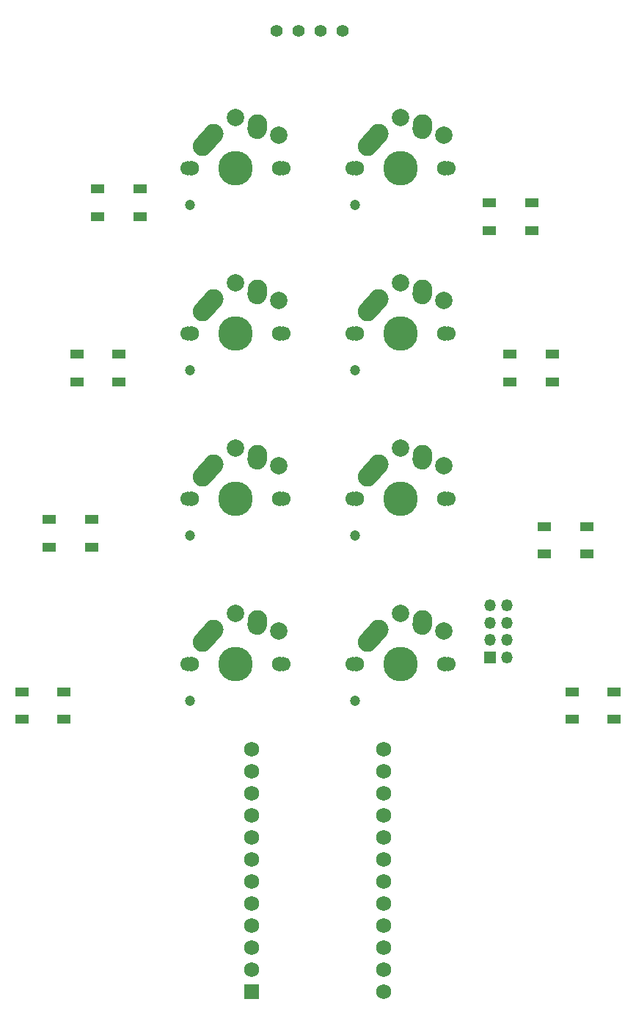
<source format=gbr>
%TF.GenerationSoftware,KiCad,Pcbnew,5.1.8*%
%TF.CreationDate,2020-12-03T20:02:01+01:00*%
%TF.ProjectId,christmas_board,63687269-7374-46d6-9173-5f626f617264,rev?*%
%TF.SameCoordinates,Original*%
%TF.FileFunction,Soldermask,Top*%
%TF.FilePolarity,Negative*%
%FSLAX46Y46*%
G04 Gerber Fmt 4.6, Leading zero omitted, Abs format (unit mm)*
G04 Created by KiCad (PCBNEW 5.1.8) date 2020-12-03 20:02:01*
%MOMM*%
%LPD*%
G01*
G04 APERTURE LIST*
%ADD10R,1.500000X1.000000*%
%ADD11C,1.752600*%
%ADD12R,1.752600X1.752600*%
%ADD13C,1.200000*%
%ADD14C,1.700000*%
%ADD15C,2.000000*%
%ADD16C,1.750000*%
%ADD17C,2.250000*%
%ADD18C,3.987800*%
%ADD19C,1.397000*%
%ADD20O,1.350000X1.350000*%
%ADD21R,1.350000X1.350000*%
G04 APERTURE END LIST*
D10*
%TO.C,D8*%
X176143750Y-107937500D03*
X176143750Y-111137500D03*
X181043750Y-107937500D03*
X181043750Y-111137500D03*
%TD*%
%TO.C,D7*%
X172968750Y-88887500D03*
X172968750Y-92087500D03*
X177868750Y-88887500D03*
X177868750Y-92087500D03*
%TD*%
D11*
%TO.C,U1*%
X154463750Y-142557500D03*
X139223750Y-114617500D03*
X154463750Y-140017500D03*
X154463750Y-137477500D03*
X154463750Y-134937500D03*
X154463750Y-132397500D03*
X154463750Y-129857500D03*
X154463750Y-127317500D03*
X154463750Y-124777500D03*
X154463750Y-122237500D03*
X154463750Y-119697500D03*
X154463750Y-117157500D03*
X154463750Y-114617500D03*
X139223750Y-117157500D03*
X139223750Y-119697500D03*
X139223750Y-122237500D03*
X139223750Y-124777500D03*
X139223750Y-127317500D03*
X139223750Y-129857500D03*
X139223750Y-132397500D03*
X139223750Y-134937500D03*
X139223750Y-137477500D03*
X139223750Y-140017500D03*
D12*
X139223750Y-142557500D03*
%TD*%
D13*
%TO.C,SW9*%
X151148750Y-108975000D03*
D14*
X161868750Y-104775000D03*
X150868750Y-104775000D03*
D15*
X156368750Y-98875000D03*
X161368750Y-100975000D03*
D16*
X161448750Y-104775000D03*
X151288750Y-104775000D03*
D17*
X153868750Y-100775000D03*
D18*
X156368750Y-104775000D03*
G36*
G01*
X151807438Y-103072350D02*
X151807438Y-103072350D01*
G75*
G02*
X151721400Y-101483688I751312J837350D01*
G01*
X153031390Y-100023680D01*
G75*
G02*
X154620052Y-99937642I837350J-751312D01*
G01*
X154620052Y-99937642D01*
G75*
G02*
X154706090Y-101526304I-751312J-837350D01*
G01*
X153396100Y-102986312D01*
G75*
G02*
X151807438Y-103072350I-837350J751312D01*
G01*
G37*
D17*
X158908750Y-99695000D03*
G36*
G01*
X158792233Y-101397395D02*
X158792233Y-101397395D01*
G75*
G02*
X157746355Y-100198483I76517J1122395D01*
G01*
X157785897Y-99618451D01*
G75*
G02*
X158984809Y-98572573I1122395J-76517D01*
G01*
X158984809Y-98572573D01*
G75*
G02*
X160030687Y-99771485I-76517J-1122395D01*
G01*
X159991145Y-100351517D01*
G75*
G02*
X158792233Y-101397395I-1122395J76517D01*
G01*
G37*
%TD*%
D13*
%TO.C,SW8*%
X151148750Y-89925000D03*
D14*
X161868750Y-85725000D03*
X150868750Y-85725000D03*
D15*
X156368750Y-79825000D03*
X161368750Y-81925000D03*
D16*
X161448750Y-85725000D03*
X151288750Y-85725000D03*
D17*
X153868750Y-81725000D03*
D18*
X156368750Y-85725000D03*
G36*
G01*
X151807438Y-84022350D02*
X151807438Y-84022350D01*
G75*
G02*
X151721400Y-82433688I751312J837350D01*
G01*
X153031390Y-80973680D01*
G75*
G02*
X154620052Y-80887642I837350J-751312D01*
G01*
X154620052Y-80887642D01*
G75*
G02*
X154706090Y-82476304I-751312J-837350D01*
G01*
X153396100Y-83936312D01*
G75*
G02*
X151807438Y-84022350I-837350J751312D01*
G01*
G37*
D17*
X158908750Y-80645000D03*
G36*
G01*
X158792233Y-82347395D02*
X158792233Y-82347395D01*
G75*
G02*
X157746355Y-81148483I76517J1122395D01*
G01*
X157785897Y-80568451D01*
G75*
G02*
X158984809Y-79522573I1122395J-76517D01*
G01*
X158984809Y-79522573D01*
G75*
G02*
X160030687Y-80721485I-76517J-1122395D01*
G01*
X159991145Y-81301517D01*
G75*
G02*
X158792233Y-82347395I-1122395J76517D01*
G01*
G37*
%TD*%
D13*
%TO.C,SW7*%
X151148750Y-70875000D03*
D14*
X161868750Y-66675000D03*
X150868750Y-66675000D03*
D15*
X156368750Y-60775000D03*
X161368750Y-62875000D03*
D16*
X161448750Y-66675000D03*
X151288750Y-66675000D03*
D17*
X153868750Y-62675000D03*
D18*
X156368750Y-66675000D03*
G36*
G01*
X151807438Y-64972350D02*
X151807438Y-64972350D01*
G75*
G02*
X151721400Y-63383688I751312J837350D01*
G01*
X153031390Y-61923680D01*
G75*
G02*
X154620052Y-61837642I837350J-751312D01*
G01*
X154620052Y-61837642D01*
G75*
G02*
X154706090Y-63426304I-751312J-837350D01*
G01*
X153396100Y-64886312D01*
G75*
G02*
X151807438Y-64972350I-837350J751312D01*
G01*
G37*
D17*
X158908750Y-61595000D03*
G36*
G01*
X158792233Y-63297395D02*
X158792233Y-63297395D01*
G75*
G02*
X157746355Y-62098483I76517J1122395D01*
G01*
X157785897Y-61518451D01*
G75*
G02*
X158984809Y-60472573I1122395J-76517D01*
G01*
X158984809Y-60472573D01*
G75*
G02*
X160030687Y-61671485I-76517J-1122395D01*
G01*
X159991145Y-62251517D01*
G75*
G02*
X158792233Y-63297395I-1122395J76517D01*
G01*
G37*
%TD*%
D13*
%TO.C,SW6*%
X132098750Y-108975000D03*
D14*
X142818750Y-104775000D03*
X131818750Y-104775000D03*
D15*
X137318750Y-98875000D03*
X142318750Y-100975000D03*
D16*
X142398750Y-104775000D03*
X132238750Y-104775000D03*
D17*
X134818750Y-100775000D03*
D18*
X137318750Y-104775000D03*
G36*
G01*
X132757438Y-103072350D02*
X132757438Y-103072350D01*
G75*
G02*
X132671400Y-101483688I751312J837350D01*
G01*
X133981390Y-100023680D01*
G75*
G02*
X135570052Y-99937642I837350J-751312D01*
G01*
X135570052Y-99937642D01*
G75*
G02*
X135656090Y-101526304I-751312J-837350D01*
G01*
X134346100Y-102986312D01*
G75*
G02*
X132757438Y-103072350I-837350J751312D01*
G01*
G37*
D17*
X139858750Y-99695000D03*
G36*
G01*
X139742233Y-101397395D02*
X139742233Y-101397395D01*
G75*
G02*
X138696355Y-100198483I76517J1122395D01*
G01*
X138735897Y-99618451D01*
G75*
G02*
X139934809Y-98572573I1122395J-76517D01*
G01*
X139934809Y-98572573D01*
G75*
G02*
X140980687Y-99771485I-76517J-1122395D01*
G01*
X140941145Y-100351517D01*
G75*
G02*
X139742233Y-101397395I-1122395J76517D01*
G01*
G37*
%TD*%
D13*
%TO.C,SW5*%
X132098750Y-89925000D03*
D14*
X142818750Y-85725000D03*
X131818750Y-85725000D03*
D15*
X137318750Y-79825000D03*
X142318750Y-81925000D03*
D16*
X142398750Y-85725000D03*
X132238750Y-85725000D03*
D17*
X134818750Y-81725000D03*
D18*
X137318750Y-85725000D03*
G36*
G01*
X132757438Y-84022350D02*
X132757438Y-84022350D01*
G75*
G02*
X132671400Y-82433688I751312J837350D01*
G01*
X133981390Y-80973680D01*
G75*
G02*
X135570052Y-80887642I837350J-751312D01*
G01*
X135570052Y-80887642D01*
G75*
G02*
X135656090Y-82476304I-751312J-837350D01*
G01*
X134346100Y-83936312D01*
G75*
G02*
X132757438Y-84022350I-837350J751312D01*
G01*
G37*
D17*
X139858750Y-80645000D03*
G36*
G01*
X139742233Y-82347395D02*
X139742233Y-82347395D01*
G75*
G02*
X138696355Y-81148483I76517J1122395D01*
G01*
X138735897Y-80568451D01*
G75*
G02*
X139934809Y-79522573I1122395J-76517D01*
G01*
X139934809Y-79522573D01*
G75*
G02*
X140980687Y-80721485I-76517J-1122395D01*
G01*
X140941145Y-81301517D01*
G75*
G02*
X139742233Y-82347395I-1122395J76517D01*
G01*
G37*
%TD*%
D13*
%TO.C,SW4*%
X132098750Y-70875000D03*
D14*
X142818750Y-66675000D03*
X131818750Y-66675000D03*
D15*
X137318750Y-60775000D03*
X142318750Y-62875000D03*
D16*
X142398750Y-66675000D03*
X132238750Y-66675000D03*
D17*
X134818750Y-62675000D03*
D18*
X137318750Y-66675000D03*
G36*
G01*
X132757438Y-64972350D02*
X132757438Y-64972350D01*
G75*
G02*
X132671400Y-63383688I751312J837350D01*
G01*
X133981390Y-61923680D01*
G75*
G02*
X135570052Y-61837642I837350J-751312D01*
G01*
X135570052Y-61837642D01*
G75*
G02*
X135656090Y-63426304I-751312J-837350D01*
G01*
X134346100Y-64886312D01*
G75*
G02*
X132757438Y-64972350I-837350J751312D01*
G01*
G37*
D17*
X139858750Y-61595000D03*
G36*
G01*
X139742233Y-63297395D02*
X139742233Y-63297395D01*
G75*
G02*
X138696355Y-62098483I76517J1122395D01*
G01*
X138735897Y-61518451D01*
G75*
G02*
X139934809Y-60472573I1122395J-76517D01*
G01*
X139934809Y-60472573D01*
G75*
G02*
X140980687Y-61671485I-76517J-1122395D01*
G01*
X140941145Y-62251517D01*
G75*
G02*
X139742233Y-63297395I-1122395J76517D01*
G01*
G37*
%TD*%
D13*
%TO.C,SW3*%
X132098750Y-51825000D03*
D14*
X142818750Y-47625000D03*
X131818750Y-47625000D03*
D15*
X137318750Y-41725000D03*
X142318750Y-43825000D03*
D16*
X142398750Y-47625000D03*
X132238750Y-47625000D03*
D17*
X134818750Y-43625000D03*
D18*
X137318750Y-47625000D03*
G36*
G01*
X132757438Y-45922350D02*
X132757438Y-45922350D01*
G75*
G02*
X132671400Y-44333688I751312J837350D01*
G01*
X133981390Y-42873680D01*
G75*
G02*
X135570052Y-42787642I837350J-751312D01*
G01*
X135570052Y-42787642D01*
G75*
G02*
X135656090Y-44376304I-751312J-837350D01*
G01*
X134346100Y-45836312D01*
G75*
G02*
X132757438Y-45922350I-837350J751312D01*
G01*
G37*
D17*
X139858750Y-42545000D03*
G36*
G01*
X139742233Y-44247395D02*
X139742233Y-44247395D01*
G75*
G02*
X138696355Y-43048483I76517J1122395D01*
G01*
X138735897Y-42468451D01*
G75*
G02*
X139934809Y-41422573I1122395J-76517D01*
G01*
X139934809Y-41422573D01*
G75*
G02*
X140980687Y-42621485I-76517J-1122395D01*
G01*
X140941145Y-43201517D01*
G75*
G02*
X139742233Y-44247395I-1122395J76517D01*
G01*
G37*
%TD*%
D13*
%TO.C,SW2*%
X151148750Y-51825000D03*
D14*
X161868750Y-47625000D03*
X150868750Y-47625000D03*
D15*
X156368750Y-41725000D03*
X161368750Y-43825000D03*
D16*
X161448750Y-47625000D03*
X151288750Y-47625000D03*
D17*
X153868750Y-43625000D03*
D18*
X156368750Y-47625000D03*
G36*
G01*
X151807438Y-45922350D02*
X151807438Y-45922350D01*
G75*
G02*
X151721400Y-44333688I751312J837350D01*
G01*
X153031390Y-42873680D01*
G75*
G02*
X154620052Y-42787642I837350J-751312D01*
G01*
X154620052Y-42787642D01*
G75*
G02*
X154706090Y-44376304I-751312J-837350D01*
G01*
X153396100Y-45836312D01*
G75*
G02*
X151807438Y-45922350I-837350J751312D01*
G01*
G37*
D17*
X158908750Y-42545000D03*
G36*
G01*
X158792233Y-44247395D02*
X158792233Y-44247395D01*
G75*
G02*
X157746355Y-43048483I76517J1122395D01*
G01*
X157785897Y-42468451D01*
G75*
G02*
X158984809Y-41422573I1122395J-76517D01*
G01*
X158984809Y-41422573D01*
G75*
G02*
X160030687Y-42621485I-76517J-1122395D01*
G01*
X159991145Y-43201517D01*
G75*
G02*
X158792233Y-44247395I-1122395J76517D01*
G01*
G37*
%TD*%
D19*
%TO.C,J2*%
X149701250Y-31750000D03*
X147161250Y-31750000D03*
X144621250Y-31750000D03*
X142081250Y-31750000D03*
%TD*%
D20*
%TO.C,J1*%
X168687500Y-97981250D03*
X166687500Y-97981250D03*
X168687500Y-99981250D03*
X166687500Y-99981250D03*
X168687500Y-101981250D03*
X166687500Y-101981250D03*
X168687500Y-103981250D03*
D21*
X166687500Y-103981250D03*
%TD*%
D10*
%TO.C,D6*%
X169000000Y-69043750D03*
X169000000Y-72243750D03*
X173900000Y-69043750D03*
X173900000Y-72243750D03*
%TD*%
%TO.C,D5*%
X166618750Y-51581250D03*
X166618750Y-54781250D03*
X171518750Y-51581250D03*
X171518750Y-54781250D03*
%TD*%
%TO.C,D4*%
X121375000Y-49993750D03*
X121375000Y-53193750D03*
X126275000Y-49993750D03*
X126275000Y-53193750D03*
%TD*%
%TO.C,D3*%
X118993750Y-69043750D03*
X118993750Y-72243750D03*
X123893750Y-69043750D03*
X123893750Y-72243750D03*
%TD*%
%TO.C,D2*%
X115818750Y-88093750D03*
X115818750Y-91293750D03*
X120718750Y-88093750D03*
X120718750Y-91293750D03*
%TD*%
%TO.C,D1*%
X117543750Y-111137500D03*
X117543750Y-107937500D03*
X112643750Y-111137500D03*
X112643750Y-107937500D03*
%TD*%
M02*

</source>
